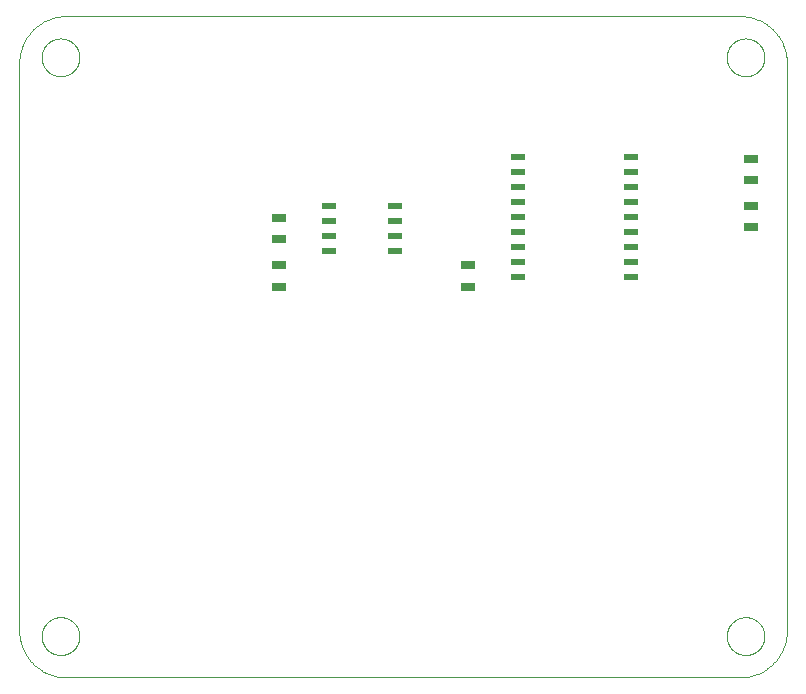
<source format=gtp>
G75*
%MOIN*%
%OFA0B0*%
%FSLAX25Y25*%
%IPPOS*%
%LPD*%
%AMOC8*
5,1,8,0,0,1.08239X$1,22.5*
%
%ADD10C,0.00000*%
%ADD11R,0.04724X0.03150*%
%ADD12R,0.04724X0.02362*%
D10*
X0020748Y0005000D02*
X0245157Y0005000D01*
X0240827Y0018780D02*
X0240829Y0018938D01*
X0240835Y0019096D01*
X0240845Y0019254D01*
X0240859Y0019412D01*
X0240877Y0019569D01*
X0240898Y0019726D01*
X0240924Y0019882D01*
X0240954Y0020038D01*
X0240987Y0020193D01*
X0241025Y0020346D01*
X0241066Y0020499D01*
X0241111Y0020651D01*
X0241160Y0020802D01*
X0241213Y0020951D01*
X0241269Y0021099D01*
X0241329Y0021245D01*
X0241393Y0021390D01*
X0241461Y0021533D01*
X0241532Y0021675D01*
X0241606Y0021815D01*
X0241684Y0021952D01*
X0241766Y0022088D01*
X0241850Y0022222D01*
X0241939Y0022353D01*
X0242030Y0022482D01*
X0242125Y0022609D01*
X0242222Y0022734D01*
X0242323Y0022856D01*
X0242427Y0022975D01*
X0242534Y0023092D01*
X0242644Y0023206D01*
X0242757Y0023317D01*
X0242872Y0023426D01*
X0242990Y0023531D01*
X0243111Y0023633D01*
X0243234Y0023733D01*
X0243360Y0023829D01*
X0243488Y0023922D01*
X0243618Y0024012D01*
X0243751Y0024098D01*
X0243886Y0024182D01*
X0244022Y0024261D01*
X0244161Y0024338D01*
X0244302Y0024410D01*
X0244444Y0024480D01*
X0244588Y0024545D01*
X0244734Y0024607D01*
X0244881Y0024665D01*
X0245030Y0024720D01*
X0245180Y0024771D01*
X0245331Y0024818D01*
X0245483Y0024861D01*
X0245636Y0024900D01*
X0245791Y0024936D01*
X0245946Y0024967D01*
X0246102Y0024995D01*
X0246258Y0025019D01*
X0246415Y0025039D01*
X0246573Y0025055D01*
X0246730Y0025067D01*
X0246889Y0025075D01*
X0247047Y0025079D01*
X0247205Y0025079D01*
X0247363Y0025075D01*
X0247522Y0025067D01*
X0247679Y0025055D01*
X0247837Y0025039D01*
X0247994Y0025019D01*
X0248150Y0024995D01*
X0248306Y0024967D01*
X0248461Y0024936D01*
X0248616Y0024900D01*
X0248769Y0024861D01*
X0248921Y0024818D01*
X0249072Y0024771D01*
X0249222Y0024720D01*
X0249371Y0024665D01*
X0249518Y0024607D01*
X0249664Y0024545D01*
X0249808Y0024480D01*
X0249950Y0024410D01*
X0250091Y0024338D01*
X0250230Y0024261D01*
X0250366Y0024182D01*
X0250501Y0024098D01*
X0250634Y0024012D01*
X0250764Y0023922D01*
X0250892Y0023829D01*
X0251018Y0023733D01*
X0251141Y0023633D01*
X0251262Y0023531D01*
X0251380Y0023426D01*
X0251495Y0023317D01*
X0251608Y0023206D01*
X0251718Y0023092D01*
X0251825Y0022975D01*
X0251929Y0022856D01*
X0252030Y0022734D01*
X0252127Y0022609D01*
X0252222Y0022482D01*
X0252313Y0022353D01*
X0252402Y0022222D01*
X0252486Y0022088D01*
X0252568Y0021952D01*
X0252646Y0021815D01*
X0252720Y0021675D01*
X0252791Y0021533D01*
X0252859Y0021390D01*
X0252923Y0021245D01*
X0252983Y0021099D01*
X0253039Y0020951D01*
X0253092Y0020802D01*
X0253141Y0020651D01*
X0253186Y0020499D01*
X0253227Y0020346D01*
X0253265Y0020193D01*
X0253298Y0020038D01*
X0253328Y0019882D01*
X0253354Y0019726D01*
X0253375Y0019569D01*
X0253393Y0019412D01*
X0253407Y0019254D01*
X0253417Y0019096D01*
X0253423Y0018938D01*
X0253425Y0018780D01*
X0253423Y0018622D01*
X0253417Y0018464D01*
X0253407Y0018306D01*
X0253393Y0018148D01*
X0253375Y0017991D01*
X0253354Y0017834D01*
X0253328Y0017678D01*
X0253298Y0017522D01*
X0253265Y0017367D01*
X0253227Y0017214D01*
X0253186Y0017061D01*
X0253141Y0016909D01*
X0253092Y0016758D01*
X0253039Y0016609D01*
X0252983Y0016461D01*
X0252923Y0016315D01*
X0252859Y0016170D01*
X0252791Y0016027D01*
X0252720Y0015885D01*
X0252646Y0015745D01*
X0252568Y0015608D01*
X0252486Y0015472D01*
X0252402Y0015338D01*
X0252313Y0015207D01*
X0252222Y0015078D01*
X0252127Y0014951D01*
X0252030Y0014826D01*
X0251929Y0014704D01*
X0251825Y0014585D01*
X0251718Y0014468D01*
X0251608Y0014354D01*
X0251495Y0014243D01*
X0251380Y0014134D01*
X0251262Y0014029D01*
X0251141Y0013927D01*
X0251018Y0013827D01*
X0250892Y0013731D01*
X0250764Y0013638D01*
X0250634Y0013548D01*
X0250501Y0013462D01*
X0250366Y0013378D01*
X0250230Y0013299D01*
X0250091Y0013222D01*
X0249950Y0013150D01*
X0249808Y0013080D01*
X0249664Y0013015D01*
X0249518Y0012953D01*
X0249371Y0012895D01*
X0249222Y0012840D01*
X0249072Y0012789D01*
X0248921Y0012742D01*
X0248769Y0012699D01*
X0248616Y0012660D01*
X0248461Y0012624D01*
X0248306Y0012593D01*
X0248150Y0012565D01*
X0247994Y0012541D01*
X0247837Y0012521D01*
X0247679Y0012505D01*
X0247522Y0012493D01*
X0247363Y0012485D01*
X0247205Y0012481D01*
X0247047Y0012481D01*
X0246889Y0012485D01*
X0246730Y0012493D01*
X0246573Y0012505D01*
X0246415Y0012521D01*
X0246258Y0012541D01*
X0246102Y0012565D01*
X0245946Y0012593D01*
X0245791Y0012624D01*
X0245636Y0012660D01*
X0245483Y0012699D01*
X0245331Y0012742D01*
X0245180Y0012789D01*
X0245030Y0012840D01*
X0244881Y0012895D01*
X0244734Y0012953D01*
X0244588Y0013015D01*
X0244444Y0013080D01*
X0244302Y0013150D01*
X0244161Y0013222D01*
X0244022Y0013299D01*
X0243886Y0013378D01*
X0243751Y0013462D01*
X0243618Y0013548D01*
X0243488Y0013638D01*
X0243360Y0013731D01*
X0243234Y0013827D01*
X0243111Y0013927D01*
X0242990Y0014029D01*
X0242872Y0014134D01*
X0242757Y0014243D01*
X0242644Y0014354D01*
X0242534Y0014468D01*
X0242427Y0014585D01*
X0242323Y0014704D01*
X0242222Y0014826D01*
X0242125Y0014951D01*
X0242030Y0015078D01*
X0241939Y0015207D01*
X0241850Y0015338D01*
X0241766Y0015472D01*
X0241684Y0015608D01*
X0241606Y0015745D01*
X0241532Y0015885D01*
X0241461Y0016027D01*
X0241393Y0016170D01*
X0241329Y0016315D01*
X0241269Y0016461D01*
X0241213Y0016609D01*
X0241160Y0016758D01*
X0241111Y0016909D01*
X0241066Y0017061D01*
X0241025Y0017214D01*
X0240987Y0017367D01*
X0240954Y0017522D01*
X0240924Y0017678D01*
X0240898Y0017834D01*
X0240877Y0017991D01*
X0240859Y0018148D01*
X0240845Y0018306D01*
X0240835Y0018464D01*
X0240829Y0018622D01*
X0240827Y0018780D01*
X0245157Y0005000D02*
X0245538Y0005005D01*
X0245918Y0005018D01*
X0246298Y0005041D01*
X0246677Y0005074D01*
X0247055Y0005115D01*
X0247432Y0005165D01*
X0247808Y0005225D01*
X0248183Y0005293D01*
X0248555Y0005371D01*
X0248926Y0005458D01*
X0249294Y0005553D01*
X0249660Y0005658D01*
X0250023Y0005771D01*
X0250384Y0005893D01*
X0250741Y0006023D01*
X0251095Y0006163D01*
X0251446Y0006310D01*
X0251793Y0006467D01*
X0252136Y0006631D01*
X0252475Y0006804D01*
X0252810Y0006985D01*
X0253141Y0007174D01*
X0253466Y0007371D01*
X0253787Y0007575D01*
X0254103Y0007788D01*
X0254413Y0008008D01*
X0254719Y0008235D01*
X0255018Y0008470D01*
X0255312Y0008712D01*
X0255600Y0008960D01*
X0255882Y0009216D01*
X0256157Y0009479D01*
X0256426Y0009748D01*
X0256689Y0010023D01*
X0256945Y0010305D01*
X0257193Y0010593D01*
X0257435Y0010887D01*
X0257670Y0011186D01*
X0257897Y0011492D01*
X0258117Y0011802D01*
X0258330Y0012118D01*
X0258534Y0012439D01*
X0258731Y0012764D01*
X0258920Y0013095D01*
X0259101Y0013430D01*
X0259274Y0013769D01*
X0259438Y0014112D01*
X0259595Y0014459D01*
X0259742Y0014810D01*
X0259882Y0015164D01*
X0260012Y0015521D01*
X0260134Y0015882D01*
X0260247Y0016245D01*
X0260352Y0016611D01*
X0260447Y0016979D01*
X0260534Y0017350D01*
X0260612Y0017722D01*
X0260680Y0018097D01*
X0260740Y0018473D01*
X0260790Y0018850D01*
X0260831Y0019228D01*
X0260864Y0019607D01*
X0260887Y0019987D01*
X0260900Y0020367D01*
X0260905Y0020748D01*
X0260906Y0020748D02*
X0260906Y0209724D01*
X0240827Y0211693D02*
X0240829Y0211851D01*
X0240835Y0212009D01*
X0240845Y0212167D01*
X0240859Y0212325D01*
X0240877Y0212482D01*
X0240898Y0212639D01*
X0240924Y0212795D01*
X0240954Y0212951D01*
X0240987Y0213106D01*
X0241025Y0213259D01*
X0241066Y0213412D01*
X0241111Y0213564D01*
X0241160Y0213715D01*
X0241213Y0213864D01*
X0241269Y0214012D01*
X0241329Y0214158D01*
X0241393Y0214303D01*
X0241461Y0214446D01*
X0241532Y0214588D01*
X0241606Y0214728D01*
X0241684Y0214865D01*
X0241766Y0215001D01*
X0241850Y0215135D01*
X0241939Y0215266D01*
X0242030Y0215395D01*
X0242125Y0215522D01*
X0242222Y0215647D01*
X0242323Y0215769D01*
X0242427Y0215888D01*
X0242534Y0216005D01*
X0242644Y0216119D01*
X0242757Y0216230D01*
X0242872Y0216339D01*
X0242990Y0216444D01*
X0243111Y0216546D01*
X0243234Y0216646D01*
X0243360Y0216742D01*
X0243488Y0216835D01*
X0243618Y0216925D01*
X0243751Y0217011D01*
X0243886Y0217095D01*
X0244022Y0217174D01*
X0244161Y0217251D01*
X0244302Y0217323D01*
X0244444Y0217393D01*
X0244588Y0217458D01*
X0244734Y0217520D01*
X0244881Y0217578D01*
X0245030Y0217633D01*
X0245180Y0217684D01*
X0245331Y0217731D01*
X0245483Y0217774D01*
X0245636Y0217813D01*
X0245791Y0217849D01*
X0245946Y0217880D01*
X0246102Y0217908D01*
X0246258Y0217932D01*
X0246415Y0217952D01*
X0246573Y0217968D01*
X0246730Y0217980D01*
X0246889Y0217988D01*
X0247047Y0217992D01*
X0247205Y0217992D01*
X0247363Y0217988D01*
X0247522Y0217980D01*
X0247679Y0217968D01*
X0247837Y0217952D01*
X0247994Y0217932D01*
X0248150Y0217908D01*
X0248306Y0217880D01*
X0248461Y0217849D01*
X0248616Y0217813D01*
X0248769Y0217774D01*
X0248921Y0217731D01*
X0249072Y0217684D01*
X0249222Y0217633D01*
X0249371Y0217578D01*
X0249518Y0217520D01*
X0249664Y0217458D01*
X0249808Y0217393D01*
X0249950Y0217323D01*
X0250091Y0217251D01*
X0250230Y0217174D01*
X0250366Y0217095D01*
X0250501Y0217011D01*
X0250634Y0216925D01*
X0250764Y0216835D01*
X0250892Y0216742D01*
X0251018Y0216646D01*
X0251141Y0216546D01*
X0251262Y0216444D01*
X0251380Y0216339D01*
X0251495Y0216230D01*
X0251608Y0216119D01*
X0251718Y0216005D01*
X0251825Y0215888D01*
X0251929Y0215769D01*
X0252030Y0215647D01*
X0252127Y0215522D01*
X0252222Y0215395D01*
X0252313Y0215266D01*
X0252402Y0215135D01*
X0252486Y0215001D01*
X0252568Y0214865D01*
X0252646Y0214728D01*
X0252720Y0214588D01*
X0252791Y0214446D01*
X0252859Y0214303D01*
X0252923Y0214158D01*
X0252983Y0214012D01*
X0253039Y0213864D01*
X0253092Y0213715D01*
X0253141Y0213564D01*
X0253186Y0213412D01*
X0253227Y0213259D01*
X0253265Y0213106D01*
X0253298Y0212951D01*
X0253328Y0212795D01*
X0253354Y0212639D01*
X0253375Y0212482D01*
X0253393Y0212325D01*
X0253407Y0212167D01*
X0253417Y0212009D01*
X0253423Y0211851D01*
X0253425Y0211693D01*
X0253423Y0211535D01*
X0253417Y0211377D01*
X0253407Y0211219D01*
X0253393Y0211061D01*
X0253375Y0210904D01*
X0253354Y0210747D01*
X0253328Y0210591D01*
X0253298Y0210435D01*
X0253265Y0210280D01*
X0253227Y0210127D01*
X0253186Y0209974D01*
X0253141Y0209822D01*
X0253092Y0209671D01*
X0253039Y0209522D01*
X0252983Y0209374D01*
X0252923Y0209228D01*
X0252859Y0209083D01*
X0252791Y0208940D01*
X0252720Y0208798D01*
X0252646Y0208658D01*
X0252568Y0208521D01*
X0252486Y0208385D01*
X0252402Y0208251D01*
X0252313Y0208120D01*
X0252222Y0207991D01*
X0252127Y0207864D01*
X0252030Y0207739D01*
X0251929Y0207617D01*
X0251825Y0207498D01*
X0251718Y0207381D01*
X0251608Y0207267D01*
X0251495Y0207156D01*
X0251380Y0207047D01*
X0251262Y0206942D01*
X0251141Y0206840D01*
X0251018Y0206740D01*
X0250892Y0206644D01*
X0250764Y0206551D01*
X0250634Y0206461D01*
X0250501Y0206375D01*
X0250366Y0206291D01*
X0250230Y0206212D01*
X0250091Y0206135D01*
X0249950Y0206063D01*
X0249808Y0205993D01*
X0249664Y0205928D01*
X0249518Y0205866D01*
X0249371Y0205808D01*
X0249222Y0205753D01*
X0249072Y0205702D01*
X0248921Y0205655D01*
X0248769Y0205612D01*
X0248616Y0205573D01*
X0248461Y0205537D01*
X0248306Y0205506D01*
X0248150Y0205478D01*
X0247994Y0205454D01*
X0247837Y0205434D01*
X0247679Y0205418D01*
X0247522Y0205406D01*
X0247363Y0205398D01*
X0247205Y0205394D01*
X0247047Y0205394D01*
X0246889Y0205398D01*
X0246730Y0205406D01*
X0246573Y0205418D01*
X0246415Y0205434D01*
X0246258Y0205454D01*
X0246102Y0205478D01*
X0245946Y0205506D01*
X0245791Y0205537D01*
X0245636Y0205573D01*
X0245483Y0205612D01*
X0245331Y0205655D01*
X0245180Y0205702D01*
X0245030Y0205753D01*
X0244881Y0205808D01*
X0244734Y0205866D01*
X0244588Y0205928D01*
X0244444Y0205993D01*
X0244302Y0206063D01*
X0244161Y0206135D01*
X0244022Y0206212D01*
X0243886Y0206291D01*
X0243751Y0206375D01*
X0243618Y0206461D01*
X0243488Y0206551D01*
X0243360Y0206644D01*
X0243234Y0206740D01*
X0243111Y0206840D01*
X0242990Y0206942D01*
X0242872Y0207047D01*
X0242757Y0207156D01*
X0242644Y0207267D01*
X0242534Y0207381D01*
X0242427Y0207498D01*
X0242323Y0207617D01*
X0242222Y0207739D01*
X0242125Y0207864D01*
X0242030Y0207991D01*
X0241939Y0208120D01*
X0241850Y0208251D01*
X0241766Y0208385D01*
X0241684Y0208521D01*
X0241606Y0208658D01*
X0241532Y0208798D01*
X0241461Y0208940D01*
X0241393Y0209083D01*
X0241329Y0209228D01*
X0241269Y0209374D01*
X0241213Y0209522D01*
X0241160Y0209671D01*
X0241111Y0209822D01*
X0241066Y0209974D01*
X0241025Y0210127D01*
X0240987Y0210280D01*
X0240954Y0210435D01*
X0240924Y0210591D01*
X0240898Y0210747D01*
X0240877Y0210904D01*
X0240859Y0211061D01*
X0240845Y0211219D01*
X0240835Y0211377D01*
X0240829Y0211535D01*
X0240827Y0211693D01*
X0245157Y0225472D02*
X0245538Y0225467D01*
X0245918Y0225454D01*
X0246298Y0225431D01*
X0246677Y0225398D01*
X0247055Y0225357D01*
X0247432Y0225307D01*
X0247808Y0225247D01*
X0248183Y0225179D01*
X0248555Y0225101D01*
X0248926Y0225014D01*
X0249294Y0224919D01*
X0249660Y0224814D01*
X0250023Y0224701D01*
X0250384Y0224579D01*
X0250741Y0224449D01*
X0251095Y0224309D01*
X0251446Y0224162D01*
X0251793Y0224005D01*
X0252136Y0223841D01*
X0252475Y0223668D01*
X0252810Y0223487D01*
X0253141Y0223298D01*
X0253466Y0223101D01*
X0253787Y0222897D01*
X0254103Y0222684D01*
X0254413Y0222464D01*
X0254719Y0222237D01*
X0255018Y0222002D01*
X0255312Y0221760D01*
X0255600Y0221512D01*
X0255882Y0221256D01*
X0256157Y0220993D01*
X0256426Y0220724D01*
X0256689Y0220449D01*
X0256945Y0220167D01*
X0257193Y0219879D01*
X0257435Y0219585D01*
X0257670Y0219286D01*
X0257897Y0218980D01*
X0258117Y0218670D01*
X0258330Y0218354D01*
X0258534Y0218033D01*
X0258731Y0217708D01*
X0258920Y0217377D01*
X0259101Y0217042D01*
X0259274Y0216703D01*
X0259438Y0216360D01*
X0259595Y0216013D01*
X0259742Y0215662D01*
X0259882Y0215308D01*
X0260012Y0214951D01*
X0260134Y0214590D01*
X0260247Y0214227D01*
X0260352Y0213861D01*
X0260447Y0213493D01*
X0260534Y0213122D01*
X0260612Y0212750D01*
X0260680Y0212375D01*
X0260740Y0211999D01*
X0260790Y0211622D01*
X0260831Y0211244D01*
X0260864Y0210865D01*
X0260887Y0210485D01*
X0260900Y0210105D01*
X0260905Y0209724D01*
X0245157Y0225472D02*
X0020748Y0225472D01*
X0012481Y0211693D02*
X0012483Y0211851D01*
X0012489Y0212009D01*
X0012499Y0212167D01*
X0012513Y0212325D01*
X0012531Y0212482D01*
X0012552Y0212639D01*
X0012578Y0212795D01*
X0012608Y0212951D01*
X0012641Y0213106D01*
X0012679Y0213259D01*
X0012720Y0213412D01*
X0012765Y0213564D01*
X0012814Y0213715D01*
X0012867Y0213864D01*
X0012923Y0214012D01*
X0012983Y0214158D01*
X0013047Y0214303D01*
X0013115Y0214446D01*
X0013186Y0214588D01*
X0013260Y0214728D01*
X0013338Y0214865D01*
X0013420Y0215001D01*
X0013504Y0215135D01*
X0013593Y0215266D01*
X0013684Y0215395D01*
X0013779Y0215522D01*
X0013876Y0215647D01*
X0013977Y0215769D01*
X0014081Y0215888D01*
X0014188Y0216005D01*
X0014298Y0216119D01*
X0014411Y0216230D01*
X0014526Y0216339D01*
X0014644Y0216444D01*
X0014765Y0216546D01*
X0014888Y0216646D01*
X0015014Y0216742D01*
X0015142Y0216835D01*
X0015272Y0216925D01*
X0015405Y0217011D01*
X0015540Y0217095D01*
X0015676Y0217174D01*
X0015815Y0217251D01*
X0015956Y0217323D01*
X0016098Y0217393D01*
X0016242Y0217458D01*
X0016388Y0217520D01*
X0016535Y0217578D01*
X0016684Y0217633D01*
X0016834Y0217684D01*
X0016985Y0217731D01*
X0017137Y0217774D01*
X0017290Y0217813D01*
X0017445Y0217849D01*
X0017600Y0217880D01*
X0017756Y0217908D01*
X0017912Y0217932D01*
X0018069Y0217952D01*
X0018227Y0217968D01*
X0018384Y0217980D01*
X0018543Y0217988D01*
X0018701Y0217992D01*
X0018859Y0217992D01*
X0019017Y0217988D01*
X0019176Y0217980D01*
X0019333Y0217968D01*
X0019491Y0217952D01*
X0019648Y0217932D01*
X0019804Y0217908D01*
X0019960Y0217880D01*
X0020115Y0217849D01*
X0020270Y0217813D01*
X0020423Y0217774D01*
X0020575Y0217731D01*
X0020726Y0217684D01*
X0020876Y0217633D01*
X0021025Y0217578D01*
X0021172Y0217520D01*
X0021318Y0217458D01*
X0021462Y0217393D01*
X0021604Y0217323D01*
X0021745Y0217251D01*
X0021884Y0217174D01*
X0022020Y0217095D01*
X0022155Y0217011D01*
X0022288Y0216925D01*
X0022418Y0216835D01*
X0022546Y0216742D01*
X0022672Y0216646D01*
X0022795Y0216546D01*
X0022916Y0216444D01*
X0023034Y0216339D01*
X0023149Y0216230D01*
X0023262Y0216119D01*
X0023372Y0216005D01*
X0023479Y0215888D01*
X0023583Y0215769D01*
X0023684Y0215647D01*
X0023781Y0215522D01*
X0023876Y0215395D01*
X0023967Y0215266D01*
X0024056Y0215135D01*
X0024140Y0215001D01*
X0024222Y0214865D01*
X0024300Y0214728D01*
X0024374Y0214588D01*
X0024445Y0214446D01*
X0024513Y0214303D01*
X0024577Y0214158D01*
X0024637Y0214012D01*
X0024693Y0213864D01*
X0024746Y0213715D01*
X0024795Y0213564D01*
X0024840Y0213412D01*
X0024881Y0213259D01*
X0024919Y0213106D01*
X0024952Y0212951D01*
X0024982Y0212795D01*
X0025008Y0212639D01*
X0025029Y0212482D01*
X0025047Y0212325D01*
X0025061Y0212167D01*
X0025071Y0212009D01*
X0025077Y0211851D01*
X0025079Y0211693D01*
X0025077Y0211535D01*
X0025071Y0211377D01*
X0025061Y0211219D01*
X0025047Y0211061D01*
X0025029Y0210904D01*
X0025008Y0210747D01*
X0024982Y0210591D01*
X0024952Y0210435D01*
X0024919Y0210280D01*
X0024881Y0210127D01*
X0024840Y0209974D01*
X0024795Y0209822D01*
X0024746Y0209671D01*
X0024693Y0209522D01*
X0024637Y0209374D01*
X0024577Y0209228D01*
X0024513Y0209083D01*
X0024445Y0208940D01*
X0024374Y0208798D01*
X0024300Y0208658D01*
X0024222Y0208521D01*
X0024140Y0208385D01*
X0024056Y0208251D01*
X0023967Y0208120D01*
X0023876Y0207991D01*
X0023781Y0207864D01*
X0023684Y0207739D01*
X0023583Y0207617D01*
X0023479Y0207498D01*
X0023372Y0207381D01*
X0023262Y0207267D01*
X0023149Y0207156D01*
X0023034Y0207047D01*
X0022916Y0206942D01*
X0022795Y0206840D01*
X0022672Y0206740D01*
X0022546Y0206644D01*
X0022418Y0206551D01*
X0022288Y0206461D01*
X0022155Y0206375D01*
X0022020Y0206291D01*
X0021884Y0206212D01*
X0021745Y0206135D01*
X0021604Y0206063D01*
X0021462Y0205993D01*
X0021318Y0205928D01*
X0021172Y0205866D01*
X0021025Y0205808D01*
X0020876Y0205753D01*
X0020726Y0205702D01*
X0020575Y0205655D01*
X0020423Y0205612D01*
X0020270Y0205573D01*
X0020115Y0205537D01*
X0019960Y0205506D01*
X0019804Y0205478D01*
X0019648Y0205454D01*
X0019491Y0205434D01*
X0019333Y0205418D01*
X0019176Y0205406D01*
X0019017Y0205398D01*
X0018859Y0205394D01*
X0018701Y0205394D01*
X0018543Y0205398D01*
X0018384Y0205406D01*
X0018227Y0205418D01*
X0018069Y0205434D01*
X0017912Y0205454D01*
X0017756Y0205478D01*
X0017600Y0205506D01*
X0017445Y0205537D01*
X0017290Y0205573D01*
X0017137Y0205612D01*
X0016985Y0205655D01*
X0016834Y0205702D01*
X0016684Y0205753D01*
X0016535Y0205808D01*
X0016388Y0205866D01*
X0016242Y0205928D01*
X0016098Y0205993D01*
X0015956Y0206063D01*
X0015815Y0206135D01*
X0015676Y0206212D01*
X0015540Y0206291D01*
X0015405Y0206375D01*
X0015272Y0206461D01*
X0015142Y0206551D01*
X0015014Y0206644D01*
X0014888Y0206740D01*
X0014765Y0206840D01*
X0014644Y0206942D01*
X0014526Y0207047D01*
X0014411Y0207156D01*
X0014298Y0207267D01*
X0014188Y0207381D01*
X0014081Y0207498D01*
X0013977Y0207617D01*
X0013876Y0207739D01*
X0013779Y0207864D01*
X0013684Y0207991D01*
X0013593Y0208120D01*
X0013504Y0208251D01*
X0013420Y0208385D01*
X0013338Y0208521D01*
X0013260Y0208658D01*
X0013186Y0208798D01*
X0013115Y0208940D01*
X0013047Y0209083D01*
X0012983Y0209228D01*
X0012923Y0209374D01*
X0012867Y0209522D01*
X0012814Y0209671D01*
X0012765Y0209822D01*
X0012720Y0209974D01*
X0012679Y0210127D01*
X0012641Y0210280D01*
X0012608Y0210435D01*
X0012578Y0210591D01*
X0012552Y0210747D01*
X0012531Y0210904D01*
X0012513Y0211061D01*
X0012499Y0211219D01*
X0012489Y0211377D01*
X0012483Y0211535D01*
X0012481Y0211693D01*
X0005000Y0209724D02*
X0005000Y0020748D01*
X0012481Y0018780D02*
X0012483Y0018938D01*
X0012489Y0019096D01*
X0012499Y0019254D01*
X0012513Y0019412D01*
X0012531Y0019569D01*
X0012552Y0019726D01*
X0012578Y0019882D01*
X0012608Y0020038D01*
X0012641Y0020193D01*
X0012679Y0020346D01*
X0012720Y0020499D01*
X0012765Y0020651D01*
X0012814Y0020802D01*
X0012867Y0020951D01*
X0012923Y0021099D01*
X0012983Y0021245D01*
X0013047Y0021390D01*
X0013115Y0021533D01*
X0013186Y0021675D01*
X0013260Y0021815D01*
X0013338Y0021952D01*
X0013420Y0022088D01*
X0013504Y0022222D01*
X0013593Y0022353D01*
X0013684Y0022482D01*
X0013779Y0022609D01*
X0013876Y0022734D01*
X0013977Y0022856D01*
X0014081Y0022975D01*
X0014188Y0023092D01*
X0014298Y0023206D01*
X0014411Y0023317D01*
X0014526Y0023426D01*
X0014644Y0023531D01*
X0014765Y0023633D01*
X0014888Y0023733D01*
X0015014Y0023829D01*
X0015142Y0023922D01*
X0015272Y0024012D01*
X0015405Y0024098D01*
X0015540Y0024182D01*
X0015676Y0024261D01*
X0015815Y0024338D01*
X0015956Y0024410D01*
X0016098Y0024480D01*
X0016242Y0024545D01*
X0016388Y0024607D01*
X0016535Y0024665D01*
X0016684Y0024720D01*
X0016834Y0024771D01*
X0016985Y0024818D01*
X0017137Y0024861D01*
X0017290Y0024900D01*
X0017445Y0024936D01*
X0017600Y0024967D01*
X0017756Y0024995D01*
X0017912Y0025019D01*
X0018069Y0025039D01*
X0018227Y0025055D01*
X0018384Y0025067D01*
X0018543Y0025075D01*
X0018701Y0025079D01*
X0018859Y0025079D01*
X0019017Y0025075D01*
X0019176Y0025067D01*
X0019333Y0025055D01*
X0019491Y0025039D01*
X0019648Y0025019D01*
X0019804Y0024995D01*
X0019960Y0024967D01*
X0020115Y0024936D01*
X0020270Y0024900D01*
X0020423Y0024861D01*
X0020575Y0024818D01*
X0020726Y0024771D01*
X0020876Y0024720D01*
X0021025Y0024665D01*
X0021172Y0024607D01*
X0021318Y0024545D01*
X0021462Y0024480D01*
X0021604Y0024410D01*
X0021745Y0024338D01*
X0021884Y0024261D01*
X0022020Y0024182D01*
X0022155Y0024098D01*
X0022288Y0024012D01*
X0022418Y0023922D01*
X0022546Y0023829D01*
X0022672Y0023733D01*
X0022795Y0023633D01*
X0022916Y0023531D01*
X0023034Y0023426D01*
X0023149Y0023317D01*
X0023262Y0023206D01*
X0023372Y0023092D01*
X0023479Y0022975D01*
X0023583Y0022856D01*
X0023684Y0022734D01*
X0023781Y0022609D01*
X0023876Y0022482D01*
X0023967Y0022353D01*
X0024056Y0022222D01*
X0024140Y0022088D01*
X0024222Y0021952D01*
X0024300Y0021815D01*
X0024374Y0021675D01*
X0024445Y0021533D01*
X0024513Y0021390D01*
X0024577Y0021245D01*
X0024637Y0021099D01*
X0024693Y0020951D01*
X0024746Y0020802D01*
X0024795Y0020651D01*
X0024840Y0020499D01*
X0024881Y0020346D01*
X0024919Y0020193D01*
X0024952Y0020038D01*
X0024982Y0019882D01*
X0025008Y0019726D01*
X0025029Y0019569D01*
X0025047Y0019412D01*
X0025061Y0019254D01*
X0025071Y0019096D01*
X0025077Y0018938D01*
X0025079Y0018780D01*
X0025077Y0018622D01*
X0025071Y0018464D01*
X0025061Y0018306D01*
X0025047Y0018148D01*
X0025029Y0017991D01*
X0025008Y0017834D01*
X0024982Y0017678D01*
X0024952Y0017522D01*
X0024919Y0017367D01*
X0024881Y0017214D01*
X0024840Y0017061D01*
X0024795Y0016909D01*
X0024746Y0016758D01*
X0024693Y0016609D01*
X0024637Y0016461D01*
X0024577Y0016315D01*
X0024513Y0016170D01*
X0024445Y0016027D01*
X0024374Y0015885D01*
X0024300Y0015745D01*
X0024222Y0015608D01*
X0024140Y0015472D01*
X0024056Y0015338D01*
X0023967Y0015207D01*
X0023876Y0015078D01*
X0023781Y0014951D01*
X0023684Y0014826D01*
X0023583Y0014704D01*
X0023479Y0014585D01*
X0023372Y0014468D01*
X0023262Y0014354D01*
X0023149Y0014243D01*
X0023034Y0014134D01*
X0022916Y0014029D01*
X0022795Y0013927D01*
X0022672Y0013827D01*
X0022546Y0013731D01*
X0022418Y0013638D01*
X0022288Y0013548D01*
X0022155Y0013462D01*
X0022020Y0013378D01*
X0021884Y0013299D01*
X0021745Y0013222D01*
X0021604Y0013150D01*
X0021462Y0013080D01*
X0021318Y0013015D01*
X0021172Y0012953D01*
X0021025Y0012895D01*
X0020876Y0012840D01*
X0020726Y0012789D01*
X0020575Y0012742D01*
X0020423Y0012699D01*
X0020270Y0012660D01*
X0020115Y0012624D01*
X0019960Y0012593D01*
X0019804Y0012565D01*
X0019648Y0012541D01*
X0019491Y0012521D01*
X0019333Y0012505D01*
X0019176Y0012493D01*
X0019017Y0012485D01*
X0018859Y0012481D01*
X0018701Y0012481D01*
X0018543Y0012485D01*
X0018384Y0012493D01*
X0018227Y0012505D01*
X0018069Y0012521D01*
X0017912Y0012541D01*
X0017756Y0012565D01*
X0017600Y0012593D01*
X0017445Y0012624D01*
X0017290Y0012660D01*
X0017137Y0012699D01*
X0016985Y0012742D01*
X0016834Y0012789D01*
X0016684Y0012840D01*
X0016535Y0012895D01*
X0016388Y0012953D01*
X0016242Y0013015D01*
X0016098Y0013080D01*
X0015956Y0013150D01*
X0015815Y0013222D01*
X0015676Y0013299D01*
X0015540Y0013378D01*
X0015405Y0013462D01*
X0015272Y0013548D01*
X0015142Y0013638D01*
X0015014Y0013731D01*
X0014888Y0013827D01*
X0014765Y0013927D01*
X0014644Y0014029D01*
X0014526Y0014134D01*
X0014411Y0014243D01*
X0014298Y0014354D01*
X0014188Y0014468D01*
X0014081Y0014585D01*
X0013977Y0014704D01*
X0013876Y0014826D01*
X0013779Y0014951D01*
X0013684Y0015078D01*
X0013593Y0015207D01*
X0013504Y0015338D01*
X0013420Y0015472D01*
X0013338Y0015608D01*
X0013260Y0015745D01*
X0013186Y0015885D01*
X0013115Y0016027D01*
X0013047Y0016170D01*
X0012983Y0016315D01*
X0012923Y0016461D01*
X0012867Y0016609D01*
X0012814Y0016758D01*
X0012765Y0016909D01*
X0012720Y0017061D01*
X0012679Y0017214D01*
X0012641Y0017367D01*
X0012608Y0017522D01*
X0012578Y0017678D01*
X0012552Y0017834D01*
X0012531Y0017991D01*
X0012513Y0018148D01*
X0012499Y0018306D01*
X0012489Y0018464D01*
X0012483Y0018622D01*
X0012481Y0018780D01*
X0005000Y0020748D02*
X0005005Y0020367D01*
X0005018Y0019987D01*
X0005041Y0019607D01*
X0005074Y0019228D01*
X0005115Y0018850D01*
X0005165Y0018473D01*
X0005225Y0018097D01*
X0005293Y0017722D01*
X0005371Y0017350D01*
X0005458Y0016979D01*
X0005553Y0016611D01*
X0005658Y0016245D01*
X0005771Y0015882D01*
X0005893Y0015521D01*
X0006023Y0015164D01*
X0006163Y0014810D01*
X0006310Y0014459D01*
X0006467Y0014112D01*
X0006631Y0013769D01*
X0006804Y0013430D01*
X0006985Y0013095D01*
X0007174Y0012764D01*
X0007371Y0012439D01*
X0007575Y0012118D01*
X0007788Y0011802D01*
X0008008Y0011492D01*
X0008235Y0011186D01*
X0008470Y0010887D01*
X0008712Y0010593D01*
X0008960Y0010305D01*
X0009216Y0010023D01*
X0009479Y0009748D01*
X0009748Y0009479D01*
X0010023Y0009216D01*
X0010305Y0008960D01*
X0010593Y0008712D01*
X0010887Y0008470D01*
X0011186Y0008235D01*
X0011492Y0008008D01*
X0011802Y0007788D01*
X0012118Y0007575D01*
X0012439Y0007371D01*
X0012764Y0007174D01*
X0013095Y0006985D01*
X0013430Y0006804D01*
X0013769Y0006631D01*
X0014112Y0006467D01*
X0014459Y0006310D01*
X0014810Y0006163D01*
X0015164Y0006023D01*
X0015521Y0005893D01*
X0015882Y0005771D01*
X0016245Y0005658D01*
X0016611Y0005553D01*
X0016979Y0005458D01*
X0017350Y0005371D01*
X0017722Y0005293D01*
X0018097Y0005225D01*
X0018473Y0005165D01*
X0018850Y0005115D01*
X0019228Y0005074D01*
X0019607Y0005041D01*
X0019987Y0005018D01*
X0020367Y0005005D01*
X0020748Y0005000D01*
X0005000Y0209724D02*
X0005005Y0210105D01*
X0005018Y0210485D01*
X0005041Y0210865D01*
X0005074Y0211244D01*
X0005115Y0211622D01*
X0005165Y0211999D01*
X0005225Y0212375D01*
X0005293Y0212750D01*
X0005371Y0213122D01*
X0005458Y0213493D01*
X0005553Y0213861D01*
X0005658Y0214227D01*
X0005771Y0214590D01*
X0005893Y0214951D01*
X0006023Y0215308D01*
X0006163Y0215662D01*
X0006310Y0216013D01*
X0006467Y0216360D01*
X0006631Y0216703D01*
X0006804Y0217042D01*
X0006985Y0217377D01*
X0007174Y0217708D01*
X0007371Y0218033D01*
X0007575Y0218354D01*
X0007788Y0218670D01*
X0008008Y0218980D01*
X0008235Y0219286D01*
X0008470Y0219585D01*
X0008712Y0219879D01*
X0008960Y0220167D01*
X0009216Y0220449D01*
X0009479Y0220724D01*
X0009748Y0220993D01*
X0010023Y0221256D01*
X0010305Y0221512D01*
X0010593Y0221760D01*
X0010887Y0222002D01*
X0011186Y0222237D01*
X0011492Y0222464D01*
X0011802Y0222684D01*
X0012118Y0222897D01*
X0012439Y0223101D01*
X0012764Y0223298D01*
X0013095Y0223487D01*
X0013430Y0223668D01*
X0013769Y0223841D01*
X0014112Y0224005D01*
X0014459Y0224162D01*
X0014810Y0224309D01*
X0015164Y0224449D01*
X0015521Y0224579D01*
X0015882Y0224701D01*
X0016245Y0224814D01*
X0016611Y0224919D01*
X0016979Y0225014D01*
X0017350Y0225101D01*
X0017722Y0225179D01*
X0018097Y0225247D01*
X0018473Y0225307D01*
X0018850Y0225357D01*
X0019228Y0225398D01*
X0019607Y0225431D01*
X0019987Y0225454D01*
X0020367Y0225467D01*
X0020748Y0225472D01*
D11*
X0091614Y0158150D03*
X0091614Y0151063D03*
X0091614Y0142402D03*
X0091614Y0135315D03*
X0154606Y0135315D03*
X0154606Y0142402D03*
X0249094Y0155000D03*
X0249094Y0162087D03*
X0249094Y0170748D03*
X0249094Y0177835D03*
D12*
X0208889Y0178543D03*
X0208889Y0173543D03*
X0208889Y0168543D03*
X0208889Y0163543D03*
X0208889Y0158543D03*
X0208889Y0153543D03*
X0208889Y0148543D03*
X0208889Y0143543D03*
X0208889Y0138543D03*
X0171189Y0138543D03*
X0171189Y0143543D03*
X0171189Y0148543D03*
X0171189Y0153543D03*
X0171189Y0158543D03*
X0171189Y0163543D03*
X0171189Y0168543D03*
X0171189Y0173543D03*
X0171189Y0178543D03*
X0130197Y0162106D03*
X0130197Y0157106D03*
X0130197Y0152106D03*
X0130197Y0147106D03*
X0108150Y0147106D03*
X0108150Y0152106D03*
X0108150Y0157106D03*
X0108150Y0162106D03*
M02*

</source>
